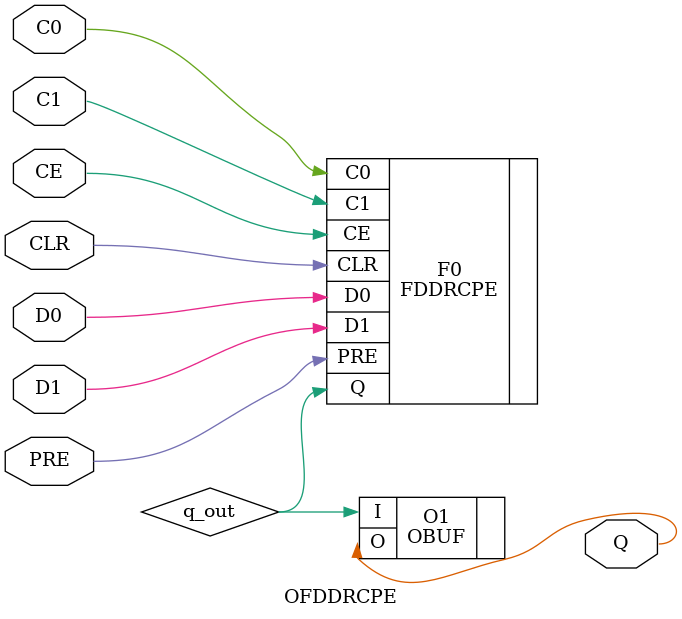
<source format=v>

/*

FUNCTION	: Dual Data Rate output D-FLIP-FLOP with async clear, async preset and clock enable

*/

`timescale  100 ps / 10 ps

module OFDDRCPE (Q, C0, C1, CE, CLR, D0, D1, PRE);

    output Q;

    input  C0, C1, CE, CLR, D0, D1, PRE;

    wire   q_out;

    FDDRCPE F0 (.C0(C0),
	.C1(C1),
	.CE(CE),
	.CLR(CLR),
	.D0(D0),
	.D1(D1),
	.PRE(PRE),
	.Q(q_out));
    defparam F0.INIT = 1'b0;

    OBUF O1 (.I(q_out),
	.O(Q));

endmodule

</source>
